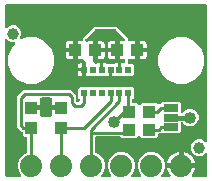
<source format=gbr>
G04 EAGLE Gerber RS-274X export*
G75*
%MOMM*%
%FSLAX34Y34*%
%LPD*%
%INTop Copper*%
%IPPOS*%
%AMOC8*
5,1,8,0,0,1.08239X$1,22.5*%
G01*
%ADD10R,0.550000X0.600000*%
%ADD11R,1.100000X1.000000*%
%ADD12R,1.000000X1.100000*%
%ADD13C,1.879600*%
%ADD14C,1.000000*%
%ADD15R,1.270000X0.635000*%
%ADD16C,0.254000*%
%ADD17C,1.016000*%
%ADD18C,0.406400*%

G36*
X16210Y3307D02*
X16210Y3307D01*
X16239Y3304D01*
X16350Y3327D01*
X16462Y3343D01*
X16489Y3355D01*
X16518Y3360D01*
X16618Y3413D01*
X16722Y3459D01*
X16744Y3478D01*
X16770Y3491D01*
X16852Y3569D01*
X16939Y3642D01*
X16955Y3667D01*
X16976Y3687D01*
X17033Y3785D01*
X17096Y3879D01*
X17105Y3907D01*
X17120Y3932D01*
X17148Y4042D01*
X17182Y4150D01*
X17183Y4180D01*
X17190Y4208D01*
X17186Y4321D01*
X17189Y4434D01*
X17182Y4463D01*
X17181Y4492D01*
X17146Y4600D01*
X17118Y4709D01*
X17103Y4735D01*
X17094Y4763D01*
X17048Y4827D01*
X16972Y4954D01*
X16927Y4997D01*
X16899Y5036D01*
X15709Y6225D01*
X13969Y10426D01*
X13969Y14974D01*
X15710Y19175D01*
X18925Y22391D01*
X21471Y23445D01*
X21472Y23446D01*
X21473Y23446D01*
X21594Y23518D01*
X21715Y23589D01*
X21716Y23591D01*
X21718Y23591D01*
X21815Y23695D01*
X21911Y23796D01*
X21911Y23797D01*
X21912Y23799D01*
X21977Y23924D01*
X22041Y24049D01*
X22041Y24050D01*
X22042Y24052D01*
X22044Y24067D01*
X22096Y24328D01*
X22093Y24358D01*
X22097Y24383D01*
X22097Y36292D01*
X22089Y36350D01*
X22091Y36408D01*
X22069Y36490D01*
X22057Y36574D01*
X22034Y36627D01*
X22019Y36683D01*
X21976Y36756D01*
X21941Y36833D01*
X21903Y36878D01*
X21874Y36928D01*
X21812Y36986D01*
X21758Y37050D01*
X21709Y37082D01*
X21666Y37122D01*
X21591Y37161D01*
X21521Y37208D01*
X21465Y37225D01*
X21413Y37252D01*
X21345Y37263D01*
X21250Y37293D01*
X21150Y37296D01*
X21082Y37307D01*
X19558Y37307D01*
X18367Y38498D01*
X18367Y40522D01*
X18359Y40580D01*
X18361Y40638D01*
X18339Y40720D01*
X18327Y40804D01*
X18304Y40857D01*
X18289Y40913D01*
X18246Y40986D01*
X18211Y41063D01*
X18173Y41108D01*
X18144Y41158D01*
X18082Y41216D01*
X18028Y41280D01*
X17979Y41312D01*
X17936Y41352D01*
X17861Y41391D01*
X17791Y41438D01*
X17735Y41455D01*
X17683Y41482D01*
X17615Y41493D01*
X17520Y41523D01*
X17420Y41526D01*
X17352Y41537D01*
X17292Y41537D01*
X13207Y45622D01*
X13207Y71218D01*
X18952Y76963D01*
X58518Y76963D01*
X62993Y72488D01*
X62993Y67829D01*
X63005Y67742D01*
X63008Y67655D01*
X63025Y67602D01*
X63033Y67547D01*
X63068Y67467D01*
X63095Y67384D01*
X63123Y67345D01*
X63149Y67288D01*
X63201Y67226D01*
X63227Y67182D01*
X63264Y67148D01*
X63290Y67111D01*
X63301Y67100D01*
X63320Y67086D01*
X63332Y67071D01*
X63379Y67040D01*
X63434Y66988D01*
X63484Y66962D01*
X63528Y66929D01*
X63568Y66914D01*
X63569Y66913D01*
X63576Y66911D01*
X63610Y66898D01*
X63688Y66858D01*
X63735Y66850D01*
X63794Y66828D01*
X63941Y66816D01*
X64019Y66803D01*
X65521Y66803D01*
X65608Y66815D01*
X65695Y66818D01*
X65748Y66835D01*
X65803Y66843D01*
X65883Y66878D01*
X65966Y66905D01*
X66005Y66933D01*
X66062Y66959D01*
X66124Y67011D01*
X66168Y67037D01*
X66202Y67074D01*
X66239Y67100D01*
X66250Y67111D01*
X66264Y67130D01*
X66279Y67142D01*
X66310Y67189D01*
X66362Y67244D01*
X66388Y67294D01*
X66421Y67338D01*
X66436Y67378D01*
X66437Y67379D01*
X66439Y67386D01*
X66452Y67420D01*
X66492Y67498D01*
X66500Y67545D01*
X66522Y67604D01*
X66534Y67751D01*
X66547Y67829D01*
X66547Y68378D01*
X66535Y68464D01*
X66532Y68552D01*
X66515Y68604D01*
X66507Y68659D01*
X66472Y68739D01*
X66445Y68822D01*
X66417Y68861D01*
X66391Y68918D01*
X66295Y69032D01*
X66250Y69095D01*
X65367Y69978D01*
X65367Y77662D01*
X66558Y78853D01*
X111242Y78853D01*
X112433Y77662D01*
X112433Y69978D01*
X111250Y68795D01*
X111198Y68726D01*
X111138Y68662D01*
X111112Y68612D01*
X111079Y68568D01*
X111048Y68486D01*
X111008Y68409D01*
X111000Y68361D01*
X110978Y68303D01*
X110966Y68155D01*
X110953Y68077D01*
X110953Y66468D01*
X110961Y66410D01*
X110959Y66352D01*
X110981Y66270D01*
X110993Y66186D01*
X111016Y66133D01*
X111031Y66077D01*
X111074Y66004D01*
X111109Y65927D01*
X111147Y65882D01*
X111176Y65832D01*
X111238Y65774D01*
X111292Y65710D01*
X111341Y65678D01*
X111384Y65638D01*
X111459Y65599D01*
X111529Y65552D01*
X111585Y65535D01*
X111637Y65508D01*
X111705Y65497D01*
X111800Y65467D01*
X111900Y65464D01*
X111968Y65453D01*
X114682Y65453D01*
X116122Y64013D01*
X116169Y63977D01*
X116209Y63935D01*
X116282Y63892D01*
X116349Y63842D01*
X116404Y63821D01*
X116454Y63791D01*
X116536Y63771D01*
X116615Y63740D01*
X116673Y63736D01*
X116730Y63721D01*
X116814Y63724D01*
X116898Y63717D01*
X116956Y63728D01*
X117014Y63730D01*
X117094Y63756D01*
X117177Y63773D01*
X117229Y63800D01*
X117285Y63818D01*
X117341Y63858D01*
X117429Y63904D01*
X117502Y63973D01*
X117558Y64013D01*
X118998Y65453D01*
X131682Y65453D01*
X132344Y64791D01*
X132391Y64756D01*
X132431Y64713D01*
X132504Y64670D01*
X132571Y64620D01*
X132626Y64599D01*
X132676Y64569D01*
X132758Y64549D01*
X132837Y64519D01*
X132895Y64514D01*
X132952Y64499D01*
X133036Y64502D01*
X133120Y64495D01*
X133178Y64506D01*
X133236Y64508D01*
X133316Y64534D01*
X133399Y64551D01*
X133451Y64578D01*
X133507Y64596D01*
X133563Y64636D01*
X133651Y64682D01*
X133724Y64751D01*
X133752Y64771D01*
X134112Y64771D01*
X134170Y64779D01*
X134228Y64777D01*
X134310Y64799D01*
X134394Y64811D01*
X134447Y64834D01*
X134503Y64849D01*
X134576Y64892D01*
X134653Y64927D01*
X134698Y64965D01*
X134748Y64994D01*
X134806Y65056D01*
X134870Y65110D01*
X134902Y65159D01*
X134942Y65202D01*
X134981Y65277D01*
X135028Y65347D01*
X135045Y65403D01*
X136318Y66676D01*
X150702Y66676D01*
X151893Y65485D01*
X151893Y58420D01*
X151901Y58362D01*
X151899Y58304D01*
X151921Y58222D01*
X151933Y58138D01*
X151956Y58085D01*
X151971Y58029D01*
X152014Y57956D01*
X152049Y57879D01*
X152087Y57834D01*
X152116Y57784D01*
X152178Y57726D01*
X152232Y57662D01*
X152281Y57630D01*
X152324Y57590D01*
X152399Y57551D01*
X152469Y57504D01*
X152525Y57487D01*
X152577Y57460D01*
X152645Y57449D01*
X152740Y57419D01*
X152840Y57416D01*
X152908Y57405D01*
X153605Y57405D01*
X153692Y57417D01*
X153779Y57420D01*
X153832Y57437D01*
X153887Y57445D01*
X153967Y57480D01*
X154050Y57507D01*
X154089Y57535D01*
X154146Y57561D01*
X154259Y57657D01*
X154323Y57702D01*
X155991Y59370D01*
X158605Y60453D01*
X161435Y60453D01*
X164049Y59370D01*
X166050Y57369D01*
X167133Y54755D01*
X167133Y51925D01*
X166050Y49311D01*
X164049Y47310D01*
X161435Y46227D01*
X158605Y46227D01*
X155991Y47310D01*
X154323Y48978D01*
X154253Y49030D01*
X154189Y49090D01*
X154140Y49116D01*
X154096Y49149D01*
X154014Y49180D01*
X153936Y49220D01*
X153889Y49228D01*
X153830Y49250D01*
X153683Y49262D01*
X153605Y49275D01*
X152908Y49275D01*
X152850Y49267D01*
X152792Y49269D01*
X152710Y49247D01*
X152626Y49235D01*
X152573Y49212D01*
X152517Y49197D01*
X152444Y49154D01*
X152367Y49119D01*
X152322Y49081D01*
X152272Y49052D01*
X152214Y48990D01*
X152150Y48936D01*
X152118Y48887D01*
X152078Y48844D01*
X152039Y48769D01*
X151992Y48699D01*
X151975Y48643D01*
X151948Y48591D01*
X151937Y48523D01*
X151907Y48428D01*
X151904Y48328D01*
X151893Y48260D01*
X151893Y41195D01*
X150702Y40004D01*
X136318Y40004D01*
X136299Y40023D01*
X136253Y40058D01*
X136212Y40100D01*
X136139Y40143D01*
X136072Y40194D01*
X136018Y40215D01*
X135967Y40244D01*
X135885Y40265D01*
X135807Y40295D01*
X135748Y40300D01*
X135692Y40314D01*
X135607Y40312D01*
X135523Y40319D01*
X135466Y40307D01*
X135407Y40305D01*
X135327Y40279D01*
X135245Y40263D01*
X135193Y40236D01*
X135137Y40218D01*
X135081Y40178D01*
X134992Y40132D01*
X134920Y40063D01*
X134864Y40023D01*
X134718Y39877D01*
X133888Y39877D01*
X133830Y39869D01*
X133772Y39871D01*
X133690Y39849D01*
X133606Y39837D01*
X133553Y39814D01*
X133497Y39799D01*
X133424Y39756D01*
X133347Y39721D01*
X133302Y39683D01*
X133252Y39654D01*
X133194Y39592D01*
X133130Y39538D01*
X133098Y39489D01*
X133058Y39446D01*
X133019Y39371D01*
X132972Y39301D01*
X132955Y39245D01*
X132928Y39193D01*
X132917Y39125D01*
X132887Y39030D01*
X132884Y38930D01*
X132873Y38862D01*
X132873Y37338D01*
X131682Y36147D01*
X118998Y36147D01*
X117558Y37587D01*
X117511Y37622D01*
X117471Y37665D01*
X117398Y37708D01*
X117331Y37758D01*
X117276Y37779D01*
X117226Y37809D01*
X117144Y37829D01*
X117065Y37860D01*
X117007Y37864D01*
X116950Y37879D01*
X116866Y37876D01*
X116782Y37883D01*
X116724Y37872D01*
X116666Y37870D01*
X116586Y37844D01*
X116503Y37827D01*
X116451Y37800D01*
X116395Y37782D01*
X116339Y37742D01*
X116251Y37696D01*
X116178Y37628D01*
X116122Y37587D01*
X114682Y36147D01*
X101998Y36147D01*
X101105Y37040D01*
X101036Y37092D01*
X100972Y37152D01*
X100922Y37178D01*
X100878Y37211D01*
X100796Y37242D01*
X100719Y37282D01*
X100671Y37290D01*
X100613Y37312D01*
X100465Y37324D01*
X100387Y37337D01*
X80518Y37337D01*
X80460Y37329D01*
X80402Y37331D01*
X80320Y37309D01*
X80236Y37297D01*
X80183Y37274D01*
X80127Y37259D01*
X80054Y37216D01*
X79977Y37181D01*
X79932Y37143D01*
X79882Y37114D01*
X79824Y37052D01*
X79760Y36998D01*
X79728Y36949D01*
X79688Y36906D01*
X79649Y36831D01*
X79602Y36761D01*
X79585Y36705D01*
X79558Y36653D01*
X79547Y36585D01*
X79517Y36490D01*
X79514Y36390D01*
X79503Y36322D01*
X79503Y24383D01*
X79503Y24381D01*
X79503Y24380D01*
X79523Y24240D01*
X79543Y24101D01*
X79543Y24100D01*
X79543Y24098D01*
X79600Y23972D01*
X79659Y23842D01*
X79660Y23841D01*
X79661Y23839D01*
X79753Y23730D01*
X79842Y23625D01*
X79844Y23624D01*
X79845Y23623D01*
X79858Y23615D01*
X80079Y23467D01*
X80108Y23458D01*
X80129Y23445D01*
X82675Y22391D01*
X85890Y19175D01*
X87631Y14974D01*
X87631Y10426D01*
X85891Y6225D01*
X84701Y5036D01*
X84684Y5012D01*
X84661Y4993D01*
X84599Y4899D01*
X84530Y4809D01*
X84520Y4781D01*
X84504Y4757D01*
X84470Y4649D01*
X84429Y4543D01*
X84427Y4514D01*
X84418Y4486D01*
X84415Y4372D01*
X84406Y4260D01*
X84411Y4231D01*
X84411Y4202D01*
X84439Y4092D01*
X84462Y3981D01*
X84475Y3955D01*
X84482Y3927D01*
X84540Y3829D01*
X84593Y3729D01*
X84613Y3707D01*
X84628Y3682D01*
X84710Y3605D01*
X84788Y3523D01*
X84814Y3508D01*
X84835Y3488D01*
X84936Y3436D01*
X85034Y3379D01*
X85062Y3372D01*
X85088Y3358D01*
X85166Y3345D01*
X85309Y3309D01*
X85372Y3311D01*
X85419Y3303D01*
X92381Y3303D01*
X92410Y3307D01*
X92439Y3304D01*
X92550Y3327D01*
X92662Y3343D01*
X92689Y3355D01*
X92718Y3360D01*
X92818Y3413D01*
X92922Y3459D01*
X92944Y3478D01*
X92970Y3491D01*
X93052Y3569D01*
X93139Y3642D01*
X93155Y3667D01*
X93176Y3687D01*
X93233Y3785D01*
X93296Y3879D01*
X93305Y3907D01*
X93320Y3932D01*
X93348Y4042D01*
X93382Y4150D01*
X93383Y4180D01*
X93390Y4208D01*
X93386Y4321D01*
X93389Y4434D01*
X93382Y4463D01*
X93381Y4492D01*
X93346Y4600D01*
X93318Y4709D01*
X93303Y4735D01*
X93294Y4763D01*
X93248Y4827D01*
X93172Y4954D01*
X93127Y4997D01*
X93099Y5036D01*
X91909Y6225D01*
X90169Y10426D01*
X90169Y14974D01*
X91910Y19175D01*
X95125Y22390D01*
X99326Y24131D01*
X103874Y24131D01*
X108075Y22390D01*
X111290Y19175D01*
X113031Y14974D01*
X113031Y10426D01*
X111291Y6225D01*
X110101Y5036D01*
X110084Y5012D01*
X110061Y4993D01*
X109999Y4899D01*
X109930Y4809D01*
X109920Y4781D01*
X109904Y4757D01*
X109870Y4649D01*
X109829Y4543D01*
X109827Y4514D01*
X109818Y4486D01*
X109815Y4372D01*
X109806Y4260D01*
X109811Y4231D01*
X109811Y4202D01*
X109839Y4092D01*
X109862Y3981D01*
X109875Y3955D01*
X109882Y3927D01*
X109940Y3829D01*
X109993Y3729D01*
X110013Y3707D01*
X110028Y3682D01*
X110110Y3605D01*
X110188Y3523D01*
X110214Y3508D01*
X110235Y3488D01*
X110336Y3436D01*
X110434Y3379D01*
X110462Y3372D01*
X110488Y3358D01*
X110566Y3345D01*
X110709Y3309D01*
X110772Y3311D01*
X110819Y3303D01*
X117781Y3303D01*
X117810Y3307D01*
X117839Y3304D01*
X117950Y3327D01*
X118062Y3343D01*
X118089Y3355D01*
X118118Y3360D01*
X118218Y3413D01*
X118322Y3459D01*
X118344Y3478D01*
X118370Y3491D01*
X118452Y3569D01*
X118539Y3642D01*
X118555Y3667D01*
X118576Y3687D01*
X118633Y3785D01*
X118696Y3879D01*
X118705Y3907D01*
X118720Y3932D01*
X118748Y4042D01*
X118782Y4150D01*
X118783Y4180D01*
X118790Y4208D01*
X118786Y4321D01*
X118789Y4434D01*
X118782Y4463D01*
X118781Y4492D01*
X118746Y4600D01*
X118718Y4709D01*
X118703Y4735D01*
X118694Y4763D01*
X118648Y4827D01*
X118572Y4954D01*
X118527Y4997D01*
X118499Y5036D01*
X117309Y6225D01*
X115569Y10426D01*
X115569Y14974D01*
X117310Y19175D01*
X120525Y22390D01*
X124726Y24131D01*
X129274Y24131D01*
X133475Y22390D01*
X136690Y19175D01*
X138431Y14974D01*
X138431Y10426D01*
X136691Y6225D01*
X135501Y5036D01*
X135484Y5012D01*
X135461Y4993D01*
X135399Y4899D01*
X135330Y4809D01*
X135320Y4781D01*
X135304Y4757D01*
X135270Y4649D01*
X135229Y4543D01*
X135227Y4514D01*
X135218Y4486D01*
X135215Y4372D01*
X135206Y4260D01*
X135211Y4231D01*
X135211Y4202D01*
X135239Y4092D01*
X135262Y3981D01*
X135275Y3955D01*
X135282Y3927D01*
X135340Y3829D01*
X135393Y3729D01*
X135413Y3707D01*
X135428Y3682D01*
X135510Y3605D01*
X135588Y3523D01*
X135614Y3508D01*
X135635Y3488D01*
X135736Y3436D01*
X135834Y3379D01*
X135862Y3372D01*
X135888Y3358D01*
X135966Y3345D01*
X136109Y3309D01*
X136172Y3311D01*
X136219Y3303D01*
X142478Y3303D01*
X142569Y3316D01*
X142661Y3319D01*
X142709Y3335D01*
X142759Y3343D01*
X142844Y3380D01*
X142931Y3409D01*
X142972Y3438D01*
X143019Y3459D01*
X143089Y3518D01*
X143165Y3570D01*
X143197Y3610D01*
X143236Y3642D01*
X143287Y3719D01*
X143345Y3790D01*
X143365Y3837D01*
X143393Y3879D01*
X143421Y3967D01*
X143458Y4051D01*
X143464Y4102D01*
X143479Y4150D01*
X143482Y4242D01*
X143493Y4333D01*
X143485Y4384D01*
X143486Y4434D01*
X143463Y4523D01*
X143449Y4614D01*
X143429Y4654D01*
X143415Y4709D01*
X143334Y4846D01*
X143299Y4915D01*
X142189Y6443D01*
X141336Y8117D01*
X140755Y9904D01*
X140634Y10669D01*
X151384Y10669D01*
X151442Y10677D01*
X151500Y10675D01*
X151582Y10697D01*
X151665Y10709D01*
X151719Y10733D01*
X151775Y10747D01*
X151848Y10790D01*
X151925Y10825D01*
X151969Y10863D01*
X152020Y10893D01*
X152077Y10954D01*
X152142Y11009D01*
X152174Y11057D01*
X152214Y11100D01*
X152253Y11175D01*
X152299Y11245D01*
X152317Y11301D01*
X152344Y11353D01*
X152355Y11421D01*
X152385Y11516D01*
X152388Y11616D01*
X152399Y11684D01*
X152399Y12701D01*
X152401Y12701D01*
X152401Y11684D01*
X152409Y11626D01*
X152408Y11568D01*
X152429Y11486D01*
X152441Y11403D01*
X152465Y11349D01*
X152479Y11293D01*
X152522Y11220D01*
X152557Y11143D01*
X152595Y11098D01*
X152625Y11048D01*
X152686Y10990D01*
X152741Y10926D01*
X152789Y10894D01*
X152832Y10854D01*
X152907Y10815D01*
X152977Y10769D01*
X153033Y10751D01*
X153085Y10724D01*
X153153Y10713D01*
X153248Y10683D01*
X153348Y10680D01*
X153416Y10669D01*
X164166Y10669D01*
X164045Y9904D01*
X163464Y8117D01*
X162611Y6443D01*
X161501Y4915D01*
X161458Y4834D01*
X161407Y4757D01*
X161391Y4708D01*
X161367Y4664D01*
X161349Y4574D01*
X161321Y4486D01*
X161319Y4435D01*
X161309Y4385D01*
X161316Y4294D01*
X161314Y4202D01*
X161326Y4153D01*
X161330Y4102D01*
X161362Y4015D01*
X161385Y3927D01*
X161411Y3883D01*
X161429Y3835D01*
X161484Y3761D01*
X161531Y3682D01*
X161568Y3647D01*
X161598Y3607D01*
X161671Y3551D01*
X161738Y3488D01*
X161783Y3465D01*
X161823Y3434D01*
X161909Y3400D01*
X161991Y3358D01*
X162035Y3351D01*
X162088Y3330D01*
X162246Y3315D01*
X162322Y3303D01*
X173482Y3303D01*
X173540Y3311D01*
X173598Y3309D01*
X173680Y3331D01*
X173764Y3343D01*
X173817Y3366D01*
X173873Y3381D01*
X173946Y3424D01*
X174023Y3459D01*
X174068Y3497D01*
X174118Y3526D01*
X174176Y3588D01*
X174240Y3642D01*
X174272Y3691D01*
X174312Y3734D01*
X174351Y3809D01*
X174398Y3879D01*
X174415Y3935D01*
X174442Y3987D01*
X174453Y4055D01*
X174483Y4150D01*
X174486Y4250D01*
X174497Y4318D01*
X174497Y22400D01*
X174493Y22430D01*
X174496Y22459D01*
X174473Y22570D01*
X174457Y22682D01*
X174445Y22709D01*
X174440Y22737D01*
X174387Y22838D01*
X174341Y22941D01*
X174322Y22964D01*
X174309Y22990D01*
X174231Y23072D01*
X174158Y23158D01*
X174133Y23175D01*
X174113Y23196D01*
X174015Y23253D01*
X173921Y23316D01*
X173893Y23325D01*
X173868Y23340D01*
X173758Y23367D01*
X173650Y23402D01*
X173620Y23402D01*
X173592Y23410D01*
X173479Y23406D01*
X173366Y23409D01*
X173337Y23402D01*
X173308Y23401D01*
X173200Y23366D01*
X173091Y23337D01*
X173065Y23322D01*
X173037Y23313D01*
X172973Y23268D01*
X172846Y23192D01*
X172803Y23146D01*
X172764Y23118D01*
X171624Y21978D01*
X169039Y20907D01*
X166241Y20907D01*
X163656Y21978D01*
X161678Y23956D01*
X160607Y26541D01*
X160607Y29339D01*
X161678Y31924D01*
X163656Y33902D01*
X166241Y34973D01*
X169039Y34973D01*
X171624Y33902D01*
X172764Y32762D01*
X172788Y32744D01*
X172807Y32722D01*
X172901Y32659D01*
X172991Y32591D01*
X173019Y32580D01*
X173043Y32564D01*
X173151Y32530D01*
X173257Y32490D01*
X173286Y32487D01*
X173314Y32478D01*
X173428Y32475D01*
X173540Y32466D01*
X173569Y32472D01*
X173598Y32471D01*
X173708Y32500D01*
X173819Y32522D01*
X173845Y32535D01*
X173873Y32543D01*
X173971Y32600D01*
X174071Y32653D01*
X174093Y32673D01*
X174118Y32688D01*
X174195Y32771D01*
X174277Y32849D01*
X174292Y32874D01*
X174312Y32895D01*
X174364Y32996D01*
X174421Y33094D01*
X174428Y33122D01*
X174442Y33148D01*
X174455Y33226D01*
X174491Y33369D01*
X174489Y33432D01*
X174497Y33480D01*
X174497Y148082D01*
X174489Y148140D01*
X174491Y148198D01*
X174469Y148280D01*
X174457Y148364D01*
X174434Y148417D01*
X174419Y148473D01*
X174376Y148546D01*
X174341Y148623D01*
X174303Y148668D01*
X174274Y148718D01*
X174212Y148776D01*
X174158Y148840D01*
X174109Y148872D01*
X174066Y148912D01*
X173991Y148951D01*
X173921Y148998D01*
X173865Y149015D01*
X173813Y149042D01*
X173745Y149053D01*
X173650Y149083D01*
X173550Y149086D01*
X173482Y149097D01*
X4318Y149097D01*
X4260Y149089D01*
X4202Y149091D01*
X4120Y149069D01*
X4036Y149057D01*
X3983Y149034D01*
X3927Y149019D01*
X3854Y148976D01*
X3777Y148941D01*
X3732Y148903D01*
X3682Y148874D01*
X3624Y148812D01*
X3560Y148758D01*
X3528Y148709D01*
X3488Y148666D01*
X3449Y148591D01*
X3402Y148521D01*
X3385Y148465D01*
X3358Y148413D01*
X3347Y148345D01*
X3317Y148250D01*
X3314Y148150D01*
X3303Y148082D01*
X3303Y130000D01*
X3307Y129970D01*
X3304Y129941D01*
X3327Y129830D01*
X3343Y129718D01*
X3355Y129691D01*
X3360Y129663D01*
X3413Y129562D01*
X3459Y129459D01*
X3478Y129436D01*
X3491Y129410D01*
X3569Y129328D01*
X3642Y129242D01*
X3667Y129225D01*
X3687Y129204D01*
X3785Y129147D01*
X3879Y129084D01*
X3907Y129075D01*
X3932Y129060D01*
X4042Y129033D01*
X4150Y128998D01*
X4180Y128998D01*
X4208Y128990D01*
X4321Y128994D01*
X4434Y128991D01*
X4463Y128998D01*
X4492Y128999D01*
X4600Y129034D01*
X4709Y129063D01*
X4735Y129078D01*
X4763Y129087D01*
X4827Y129132D01*
X4954Y129208D01*
X4997Y129254D01*
X5036Y129282D01*
X6176Y130422D01*
X8761Y131493D01*
X11559Y131493D01*
X14144Y130422D01*
X16122Y128444D01*
X17193Y125859D01*
X17193Y123061D01*
X16285Y120871D01*
X16278Y120842D01*
X16265Y120816D01*
X16243Y120705D01*
X16215Y120595D01*
X16215Y120566D01*
X16210Y120537D01*
X16219Y120425D01*
X16223Y120311D01*
X16232Y120283D01*
X16234Y120254D01*
X16275Y120149D01*
X16309Y120041D01*
X16326Y120016D01*
X16336Y119989D01*
X16405Y119898D01*
X16468Y119804D01*
X16490Y119786D01*
X16508Y119762D01*
X16598Y119694D01*
X16685Y119621D01*
X16712Y119609D01*
X16736Y119592D01*
X16841Y119552D01*
X16945Y119506D01*
X16974Y119502D01*
X17001Y119492D01*
X17114Y119483D01*
X17227Y119467D01*
X17256Y119471D01*
X17285Y119469D01*
X17361Y119487D01*
X17508Y119508D01*
X17565Y119533D01*
X17612Y119544D01*
X21510Y121159D01*
X29290Y121159D01*
X36479Y118181D01*
X41981Y112679D01*
X44959Y105490D01*
X44959Y97710D01*
X41981Y90521D01*
X36479Y85019D01*
X29290Y82041D01*
X21510Y82041D01*
X14321Y85019D01*
X8819Y90521D01*
X5841Y97710D01*
X5841Y105490D01*
X8819Y112679D01*
X11834Y115694D01*
X11852Y115718D01*
X11874Y115737D01*
X11937Y115831D01*
X12005Y115921D01*
X12015Y115949D01*
X12032Y115973D01*
X12066Y116081D01*
X12106Y116187D01*
X12108Y116216D01*
X12117Y116244D01*
X12120Y116358D01*
X12130Y116470D01*
X12124Y116499D01*
X12125Y116528D01*
X12096Y116638D01*
X12074Y116749D01*
X12060Y116775D01*
X12053Y116803D01*
X11995Y116901D01*
X11943Y117001D01*
X11923Y117023D01*
X11908Y117048D01*
X11825Y117125D01*
X11747Y117207D01*
X11722Y117222D01*
X11700Y117242D01*
X11599Y117294D01*
X11502Y117351D01*
X11473Y117358D01*
X11447Y117372D01*
X11370Y117385D01*
X11226Y117421D01*
X11164Y117419D01*
X11116Y117427D01*
X8761Y117427D01*
X6176Y118498D01*
X5036Y119638D01*
X5012Y119656D01*
X4993Y119678D01*
X4899Y119741D01*
X4809Y119809D01*
X4781Y119820D01*
X4757Y119836D01*
X4649Y119870D01*
X4543Y119910D01*
X4514Y119913D01*
X4486Y119922D01*
X4372Y119925D01*
X4260Y119934D01*
X4231Y119928D01*
X4202Y119929D01*
X4092Y119900D01*
X3981Y119878D01*
X3955Y119865D01*
X3927Y119857D01*
X3829Y119800D01*
X3729Y119747D01*
X3707Y119727D01*
X3682Y119712D01*
X3605Y119629D01*
X3523Y119551D01*
X3508Y119526D01*
X3488Y119505D01*
X3436Y119404D01*
X3379Y119306D01*
X3372Y119278D01*
X3358Y119252D01*
X3345Y119174D01*
X3309Y119031D01*
X3311Y118968D01*
X3303Y118920D01*
X3303Y4318D01*
X3311Y4260D01*
X3309Y4202D01*
X3331Y4120D01*
X3343Y4036D01*
X3366Y3983D01*
X3381Y3927D01*
X3424Y3854D01*
X3459Y3777D01*
X3497Y3732D01*
X3526Y3682D01*
X3588Y3624D01*
X3642Y3560D01*
X3691Y3528D01*
X3734Y3488D01*
X3809Y3449D01*
X3879Y3402D01*
X3935Y3385D01*
X3987Y3358D01*
X4055Y3347D01*
X4150Y3317D01*
X4250Y3314D01*
X4318Y3303D01*
X16181Y3303D01*
X16210Y3307D01*
G37*
%LPC*%
G36*
X71524Y88279D02*
X71524Y88279D01*
X71524Y93461D01*
X71516Y93519D01*
X71518Y93577D01*
X71496Y93659D01*
X71484Y93742D01*
X71461Y93796D01*
X71454Y93820D01*
X71469Y93848D01*
X71480Y93916D01*
X71510Y94011D01*
X71513Y94111D01*
X71524Y94179D01*
X71524Y100274D01*
X71512Y100360D01*
X71509Y100448D01*
X71492Y100500D01*
X71484Y100555D01*
X71449Y100635D01*
X71422Y100718D01*
X71394Y100757D01*
X71368Y100815D01*
X71272Y100928D01*
X71227Y100992D01*
X69511Y102707D01*
X69449Y102754D01*
X69393Y102808D01*
X69336Y102839D01*
X69284Y102878D01*
X69212Y102906D01*
X69143Y102942D01*
X69079Y102956D01*
X69019Y102979D01*
X68941Y102986D01*
X68865Y103002D01*
X68809Y102996D01*
X68735Y103003D01*
X68608Y102977D01*
X68531Y102970D01*
X68454Y102949D01*
X64651Y102949D01*
X64651Y109474D01*
X64643Y109532D01*
X64644Y109590D01*
X64623Y109672D01*
X64611Y109755D01*
X64587Y109809D01*
X64573Y109865D01*
X64530Y109938D01*
X64495Y110015D01*
X64457Y110059D01*
X64427Y110110D01*
X64366Y110167D01*
X64311Y110232D01*
X64263Y110264D01*
X64220Y110304D01*
X64145Y110343D01*
X64075Y110389D01*
X64019Y110407D01*
X63967Y110434D01*
X63899Y110445D01*
X63804Y110475D01*
X63704Y110478D01*
X63636Y110489D01*
X62619Y110489D01*
X62619Y110491D01*
X63636Y110491D01*
X63694Y110499D01*
X63752Y110498D01*
X63834Y110519D01*
X63917Y110531D01*
X63971Y110555D01*
X64027Y110569D01*
X64100Y110612D01*
X64177Y110647D01*
X64221Y110685D01*
X64272Y110715D01*
X64329Y110776D01*
X64394Y110831D01*
X64426Y110879D01*
X64466Y110922D01*
X64505Y110997D01*
X64551Y111067D01*
X64569Y111123D01*
X64596Y111175D01*
X64607Y111243D01*
X64637Y111338D01*
X64640Y111438D01*
X64651Y111506D01*
X64651Y118031D01*
X68326Y118031D01*
X68384Y118039D01*
X68442Y118037D01*
X68524Y118059D01*
X68608Y118071D01*
X68661Y118094D01*
X68717Y118109D01*
X68790Y118152D01*
X68867Y118187D01*
X68912Y118225D01*
X68962Y118254D01*
X69020Y118316D01*
X69084Y118370D01*
X69116Y118419D01*
X69156Y118462D01*
X69195Y118537D01*
X69242Y118607D01*
X69259Y118663D01*
X69286Y118715D01*
X69297Y118783D01*
X69327Y118878D01*
X69330Y118978D01*
X69341Y119046D01*
X69341Y120643D01*
X71424Y122726D01*
X71425Y122726D01*
X76664Y127965D01*
X76664Y127966D01*
X78747Y130049D01*
X97783Y130049D01*
X107189Y120643D01*
X107189Y118744D01*
X107194Y118705D01*
X107192Y118666D01*
X107214Y118565D01*
X107229Y118462D01*
X107245Y118427D01*
X107253Y118388D01*
X107302Y118297D01*
X107345Y118203D01*
X107370Y118173D01*
X107389Y118139D01*
X107462Y118065D01*
X107528Y117986D01*
X107561Y117964D01*
X107589Y117936D01*
X107679Y117886D01*
X107765Y117828D01*
X107802Y117817D01*
X107837Y117797D01*
X107938Y117774D01*
X108036Y117743D01*
X108075Y117742D01*
X108113Y117733D01*
X108217Y117738D01*
X108320Y117735D01*
X108358Y117745D01*
X108397Y117747D01*
X108470Y117774D01*
X108595Y117807D01*
X108659Y117845D01*
X108676Y117851D01*
X109346Y118031D01*
X113149Y118031D01*
X113149Y111506D01*
X113157Y111448D01*
X113155Y111390D01*
X113177Y111308D01*
X113189Y111225D01*
X113213Y111171D01*
X113227Y111115D01*
X113270Y111042D01*
X113305Y110965D01*
X113343Y110921D01*
X113373Y110870D01*
X113434Y110813D01*
X113489Y110748D01*
X113537Y110716D01*
X113580Y110676D01*
X113655Y110637D01*
X113725Y110591D01*
X113781Y110573D01*
X113833Y110546D01*
X113901Y110535D01*
X113996Y110505D01*
X114096Y110502D01*
X114164Y110491D01*
X115181Y110491D01*
X115181Y110489D01*
X114164Y110489D01*
X114106Y110481D01*
X114048Y110482D01*
X113966Y110461D01*
X113883Y110449D01*
X113829Y110425D01*
X113773Y110411D01*
X113700Y110368D01*
X113623Y110333D01*
X113578Y110295D01*
X113528Y110265D01*
X113470Y110204D01*
X113406Y110149D01*
X113374Y110101D01*
X113334Y110058D01*
X113295Y109983D01*
X113249Y109913D01*
X113231Y109857D01*
X113204Y109805D01*
X113193Y109737D01*
X113163Y109642D01*
X113160Y109542D01*
X113149Y109474D01*
X113149Y102949D01*
X109346Y102949D01*
X108683Y103127D01*
X108676Y103130D01*
X108643Y103152D01*
X108544Y103183D01*
X108448Y103222D01*
X108409Y103226D01*
X108372Y103237D01*
X108268Y103240D01*
X108165Y103251D01*
X108127Y103244D01*
X108088Y103245D01*
X107987Y103219D01*
X107886Y103200D01*
X107850Y103183D01*
X107813Y103173D01*
X107724Y103120D01*
X107631Y103074D01*
X107602Y103048D01*
X107568Y103028D01*
X107497Y102952D01*
X107421Y102882D01*
X107400Y102849D01*
X107374Y102820D01*
X107327Y102728D01*
X107272Y102640D01*
X107262Y102602D01*
X107244Y102567D01*
X107231Y102491D01*
X107197Y102366D01*
X107198Y102291D01*
X107189Y102236D01*
X107189Y99868D01*
X107197Y99810D01*
X107195Y99752D01*
X107217Y99670D01*
X107229Y99586D01*
X107252Y99533D01*
X107267Y99477D01*
X107310Y99404D01*
X107345Y99327D01*
X107383Y99282D01*
X107412Y99232D01*
X107474Y99174D01*
X107528Y99110D01*
X107577Y99078D01*
X107620Y99038D01*
X107695Y98999D01*
X107765Y98952D01*
X107821Y98935D01*
X107873Y98908D01*
X107941Y98897D01*
X108036Y98867D01*
X108136Y98864D01*
X108204Y98853D01*
X111242Y98853D01*
X112433Y97662D01*
X112433Y89978D01*
X111242Y88787D01*
X97233Y88787D01*
X97136Y88774D01*
X97039Y88769D01*
X97002Y88755D01*
X96951Y88747D01*
X96794Y88677D01*
X96725Y88651D01*
X96381Y88452D01*
X95734Y88279D01*
X94024Y88279D01*
X94024Y93461D01*
X94016Y93519D01*
X94018Y93577D01*
X93996Y93659D01*
X93984Y93742D01*
X93961Y93796D01*
X93946Y93852D01*
X93903Y93925D01*
X93868Y94002D01*
X93830Y94046D01*
X93801Y94097D01*
X93739Y94154D01*
X93685Y94219D01*
X93636Y94251D01*
X93593Y94291D01*
X93518Y94330D01*
X93448Y94376D01*
X93392Y94394D01*
X93340Y94421D01*
X93272Y94432D01*
X93177Y94462D01*
X93077Y94465D01*
X93009Y94476D01*
X92291Y94476D01*
X92233Y94468D01*
X92175Y94469D01*
X92093Y94448D01*
X92009Y94436D01*
X91956Y94412D01*
X91900Y94398D01*
X91827Y94354D01*
X91750Y94320D01*
X91705Y94282D01*
X91655Y94252D01*
X91597Y94191D01*
X91533Y94136D01*
X91501Y94088D01*
X91461Y94045D01*
X91422Y93970D01*
X91375Y93900D01*
X91358Y93844D01*
X91331Y93792D01*
X91320Y93724D01*
X91290Y93629D01*
X91287Y93529D01*
X91276Y93461D01*
X91276Y88279D01*
X89566Y88279D01*
X88919Y88452D01*
X88575Y88651D01*
X88485Y88688D01*
X88398Y88732D01*
X88359Y88738D01*
X88311Y88758D01*
X88140Y88775D01*
X88067Y88787D01*
X74733Y88787D01*
X74636Y88774D01*
X74539Y88769D01*
X74502Y88755D01*
X74451Y88747D01*
X74294Y88677D01*
X74225Y88651D01*
X73881Y88452D01*
X73234Y88279D01*
X71524Y88279D01*
G37*
%LPD*%
%LPC*%
G36*
X148510Y82041D02*
X148510Y82041D01*
X141321Y85019D01*
X135819Y90521D01*
X132841Y97710D01*
X132841Y105490D01*
X135819Y112679D01*
X141321Y118181D01*
X148510Y121159D01*
X156290Y121159D01*
X163479Y118181D01*
X168981Y112679D01*
X171959Y105490D01*
X171959Y97710D01*
X168981Y90521D01*
X163479Y85019D01*
X156290Y82041D01*
X148510Y82041D01*
G37*
%LPD*%
G36*
X85567Y93172D02*
X85567Y93172D01*
X85625Y93171D01*
X85707Y93192D01*
X85791Y93204D01*
X85844Y93228D01*
X85900Y93242D01*
X85973Y93286D01*
X86050Y93320D01*
X86095Y93358D01*
X86145Y93388D01*
X86203Y93449D01*
X86267Y93504D01*
X86299Y93552D01*
X86339Y93595D01*
X86378Y93670D01*
X86425Y93740D01*
X86442Y93796D01*
X86469Y93848D01*
X86480Y93916D01*
X86510Y94011D01*
X86513Y94111D01*
X86524Y94179D01*
X86524Y99361D01*
X88234Y99361D01*
X88881Y99188D01*
X89225Y98989D01*
X89315Y98952D01*
X89402Y98908D01*
X89441Y98902D01*
X89489Y98882D01*
X89660Y98865D01*
X89733Y98853D01*
X95567Y98853D01*
X95664Y98866D01*
X95761Y98871D01*
X95798Y98885D01*
X95849Y98893D01*
X96006Y98963D01*
X96075Y98989D01*
X96419Y99188D01*
X97066Y99361D01*
X98776Y99361D01*
X98776Y94179D01*
X98784Y94121D01*
X98782Y94063D01*
X98804Y93981D01*
X98816Y93898D01*
X98839Y93844D01*
X98854Y93788D01*
X98897Y93715D01*
X98932Y93638D01*
X98970Y93594D01*
X98999Y93543D01*
X99061Y93486D01*
X99115Y93421D01*
X99164Y93389D01*
X99207Y93349D01*
X99282Y93310D01*
X99352Y93264D01*
X99408Y93246D01*
X99460Y93219D01*
X99528Y93208D01*
X99623Y93178D01*
X99723Y93175D01*
X99791Y93164D01*
X100509Y93164D01*
X100567Y93172D01*
X100625Y93171D01*
X100707Y93192D01*
X100791Y93204D01*
X100844Y93228D01*
X100900Y93242D01*
X100973Y93286D01*
X101050Y93320D01*
X101095Y93358D01*
X101145Y93388D01*
X101203Y93449D01*
X101267Y93504D01*
X101299Y93552D01*
X101339Y93595D01*
X101378Y93670D01*
X101425Y93740D01*
X101442Y93796D01*
X101469Y93848D01*
X101480Y93916D01*
X101510Y94011D01*
X101513Y94111D01*
X101524Y94179D01*
X101524Y99361D01*
X103234Y99361D01*
X103877Y99188D01*
X103926Y99183D01*
X103972Y99168D01*
X104066Y99165D01*
X104159Y99154D01*
X104208Y99162D01*
X104256Y99161D01*
X104347Y99184D01*
X104440Y99199D01*
X104484Y99220D01*
X104531Y99232D01*
X104612Y99280D01*
X104697Y99320D01*
X104734Y99353D01*
X104776Y99378D01*
X104840Y99446D01*
X104911Y99508D01*
X104937Y99549D01*
X104970Y99585D01*
X105013Y99669D01*
X105064Y99748D01*
X105078Y99795D01*
X105100Y99838D01*
X105112Y99911D01*
X105144Y100020D01*
X105145Y100107D01*
X105155Y100169D01*
X105155Y101934D01*
X105147Y101992D01*
X105149Y102050D01*
X105127Y102132D01*
X105115Y102216D01*
X105092Y102269D01*
X105077Y102325D01*
X105034Y102398D01*
X104999Y102475D01*
X104961Y102520D01*
X104932Y102570D01*
X104870Y102628D01*
X104816Y102692D01*
X104767Y102724D01*
X104724Y102764D01*
X104649Y102803D01*
X104579Y102850D01*
X104523Y102867D01*
X104471Y102894D01*
X104403Y102905D01*
X104308Y102935D01*
X104208Y102938D01*
X104140Y102949D01*
X100211Y102949D01*
X100211Y109474D01*
X100204Y109522D01*
X100204Y109524D01*
X100204Y109528D01*
X100203Y109532D01*
X100204Y109590D01*
X100183Y109672D01*
X100171Y109755D01*
X100147Y109809D01*
X100133Y109865D01*
X100090Y109938D01*
X100055Y110015D01*
X100017Y110059D01*
X99987Y110110D01*
X99926Y110167D01*
X99871Y110232D01*
X99823Y110264D01*
X99780Y110304D01*
X99705Y110343D01*
X99635Y110389D01*
X99579Y110407D01*
X99527Y110434D01*
X99459Y110445D01*
X99364Y110475D01*
X99264Y110478D01*
X99196Y110489D01*
X98179Y110489D01*
X98179Y110491D01*
X99196Y110491D01*
X99254Y110499D01*
X99312Y110498D01*
X99394Y110519D01*
X99477Y110531D01*
X99531Y110555D01*
X99587Y110569D01*
X99660Y110612D01*
X99737Y110647D01*
X99781Y110685D01*
X99832Y110715D01*
X99889Y110776D01*
X99954Y110831D01*
X99986Y110879D01*
X100026Y110922D01*
X100065Y110997D01*
X100111Y111067D01*
X100129Y111123D01*
X100156Y111175D01*
X100167Y111243D01*
X100197Y111338D01*
X100200Y111438D01*
X100211Y111506D01*
X100211Y118031D01*
X104140Y118031D01*
X104198Y118039D01*
X104256Y118037D01*
X104338Y118059D01*
X104422Y118071D01*
X104475Y118094D01*
X104531Y118109D01*
X104604Y118152D01*
X104681Y118187D01*
X104726Y118225D01*
X104776Y118254D01*
X104834Y118316D01*
X104898Y118370D01*
X104930Y118419D01*
X104970Y118462D01*
X105009Y118537D01*
X105056Y118607D01*
X105073Y118663D01*
X105100Y118715D01*
X105111Y118783D01*
X105141Y118878D01*
X105144Y118978D01*
X105155Y119046D01*
X105155Y119380D01*
X105143Y119467D01*
X105140Y119554D01*
X105123Y119607D01*
X105115Y119662D01*
X105080Y119741D01*
X105053Y119825D01*
X105025Y119864D01*
X104999Y119921D01*
X104903Y120034D01*
X104858Y120098D01*
X97238Y127718D01*
X97168Y127770D01*
X97104Y127830D01*
X97055Y127856D01*
X97011Y127889D01*
X96929Y127920D01*
X96851Y127960D01*
X96804Y127968D01*
X96745Y127990D01*
X96597Y128002D01*
X96520Y128015D01*
X80010Y128015D01*
X79923Y128003D01*
X79836Y128000D01*
X79783Y127983D01*
X79729Y127975D01*
X79649Y127940D01*
X79565Y127913D01*
X79526Y127885D01*
X79469Y127859D01*
X79356Y127763D01*
X79292Y127718D01*
X71672Y120098D01*
X71620Y120028D01*
X71560Y119964D01*
X71534Y119915D01*
X71501Y119871D01*
X71470Y119789D01*
X71430Y119711D01*
X71422Y119664D01*
X71400Y119605D01*
X71388Y119457D01*
X71375Y119380D01*
X71375Y118597D01*
X71380Y118559D01*
X71378Y118520D01*
X71400Y118418D01*
X71415Y118316D01*
X71431Y118280D01*
X71439Y118242D01*
X71488Y118151D01*
X71531Y118056D01*
X71556Y118027D01*
X71575Y117992D01*
X71648Y117918D01*
X71715Y117839D01*
X71747Y117818D01*
X71775Y117790D01*
X71865Y117739D01*
X71951Y117682D01*
X71988Y117670D01*
X72022Y117651D01*
X72123Y117627D01*
X72222Y117596D01*
X72261Y117595D01*
X72299Y117586D01*
X72403Y117591D01*
X72506Y117589D01*
X72544Y117599D01*
X72583Y117601D01*
X72656Y117628D01*
X72781Y117661D01*
X72845Y117698D01*
X72898Y117718D01*
X73139Y117858D01*
X73786Y118031D01*
X77589Y118031D01*
X77589Y111506D01*
X77597Y111448D01*
X77595Y111390D01*
X77617Y111308D01*
X77629Y111225D01*
X77653Y111171D01*
X77667Y111115D01*
X77710Y111042D01*
X77745Y110965D01*
X77783Y110921D01*
X77813Y110870D01*
X77874Y110813D01*
X77929Y110748D01*
X77977Y110716D01*
X78020Y110676D01*
X78095Y110637D01*
X78165Y110591D01*
X78221Y110573D01*
X78273Y110546D01*
X78341Y110535D01*
X78436Y110505D01*
X78536Y110502D01*
X78604Y110491D01*
X79621Y110491D01*
X79621Y110489D01*
X78604Y110489D01*
X78546Y110481D01*
X78488Y110482D01*
X78406Y110461D01*
X78323Y110449D01*
X78269Y110425D01*
X78213Y110411D01*
X78140Y110368D01*
X78063Y110333D01*
X78018Y110295D01*
X77968Y110265D01*
X77910Y110204D01*
X77846Y110149D01*
X77814Y110101D01*
X77774Y110058D01*
X77735Y109983D01*
X77689Y109913D01*
X77671Y109857D01*
X77644Y109805D01*
X77633Y109737D01*
X77603Y109642D01*
X77600Y109542D01*
X77589Y109474D01*
X77589Y102528D01*
X77553Y102467D01*
X77490Y102373D01*
X77482Y102345D01*
X77467Y102320D01*
X77439Y102210D01*
X77405Y102102D01*
X77404Y102072D01*
X77397Y102044D01*
X77400Y101931D01*
X77397Y101818D01*
X77405Y101789D01*
X77406Y101760D01*
X77441Y101652D01*
X77469Y101543D01*
X77484Y101517D01*
X77493Y101489D01*
X77539Y101426D01*
X77614Y101298D01*
X77660Y101255D01*
X77688Y101216D01*
X79754Y99150D01*
X79824Y99098D01*
X79888Y99038D01*
X79937Y99012D01*
X79981Y98979D01*
X80063Y98948D01*
X80141Y98908D01*
X80189Y98900D01*
X80247Y98878D01*
X80395Y98866D01*
X80472Y98853D01*
X80567Y98853D01*
X80664Y98866D01*
X80761Y98871D01*
X80798Y98885D01*
X80849Y98893D01*
X81006Y98963D01*
X81075Y98989D01*
X81419Y99188D01*
X82066Y99361D01*
X83776Y99361D01*
X83776Y94179D01*
X83784Y94121D01*
X83782Y94063D01*
X83804Y93981D01*
X83816Y93898D01*
X83839Y93844D01*
X83854Y93788D01*
X83897Y93715D01*
X83932Y93638D01*
X83970Y93594D01*
X83999Y93543D01*
X84061Y93486D01*
X84115Y93421D01*
X84164Y93389D01*
X84207Y93349D01*
X84282Y93310D01*
X84352Y93264D01*
X84408Y93246D01*
X84460Y93219D01*
X84528Y93208D01*
X84623Y93178D01*
X84723Y93175D01*
X84791Y93164D01*
X85509Y93164D01*
X85567Y93172D01*
G37*
G36*
X41246Y53851D02*
X41246Y53851D01*
X41264Y53849D01*
X41446Y53870D01*
X41629Y53889D01*
X41646Y53894D01*
X41663Y53896D01*
X41838Y53953D01*
X42014Y54007D01*
X42029Y54015D01*
X42046Y54021D01*
X42206Y54111D01*
X42368Y54199D01*
X42381Y54210D01*
X42397Y54219D01*
X42536Y54339D01*
X42677Y54456D01*
X42688Y54470D01*
X42702Y54482D01*
X42814Y54627D01*
X42929Y54770D01*
X42937Y54786D01*
X42948Y54800D01*
X43030Y54965D01*
X43115Y55127D01*
X43120Y55144D01*
X43128Y55161D01*
X43175Y55339D01*
X43226Y55514D01*
X43228Y55532D01*
X43232Y55549D01*
X43259Y55880D01*
X43259Y59341D01*
X50332Y59341D01*
X50350Y59342D01*
X50367Y59341D01*
X50550Y59362D01*
X50732Y59381D01*
X50749Y59386D01*
X50767Y59388D01*
X50942Y59445D01*
X51117Y59499D01*
X51133Y59507D01*
X51150Y59513D01*
X51310Y59603D01*
X51471Y59690D01*
X51485Y59702D01*
X51501Y59711D01*
X51640Y59831D01*
X51781Y59948D01*
X51792Y59962D01*
X51805Y59974D01*
X51918Y60119D01*
X52033Y60262D01*
X52041Y60278D01*
X52052Y60292D01*
X52134Y60457D01*
X52218Y60619D01*
X52223Y60636D01*
X52231Y60652D01*
X52279Y60831D01*
X52330Y61006D01*
X52331Y61024D01*
X52336Y61041D01*
X52363Y61372D01*
X52363Y62308D01*
X52361Y62326D01*
X52363Y62344D01*
X52341Y62526D01*
X52323Y62709D01*
X52318Y62726D01*
X52316Y62743D01*
X52259Y62918D01*
X52205Y63094D01*
X52197Y63109D01*
X52191Y63126D01*
X52101Y63286D01*
X52013Y63448D01*
X52002Y63461D01*
X51993Y63477D01*
X51873Y63616D01*
X51755Y63757D01*
X51742Y63768D01*
X51730Y63782D01*
X51585Y63894D01*
X51442Y64009D01*
X51426Y64017D01*
X51412Y64028D01*
X51247Y64110D01*
X51084Y64195D01*
X51067Y64200D01*
X51051Y64208D01*
X50873Y64255D01*
X50698Y64306D01*
X50680Y64308D01*
X50663Y64312D01*
X50332Y64339D01*
X43259Y64339D01*
X43259Y67674D01*
X43293Y67800D01*
X43306Y67881D01*
X43329Y67960D01*
X43339Y68080D01*
X43358Y68198D01*
X43355Y68280D01*
X43362Y68362D01*
X43348Y68480D01*
X43344Y68600D01*
X43325Y68680D01*
X43315Y68761D01*
X43278Y68875D01*
X43250Y68991D01*
X43216Y69066D01*
X43190Y69144D01*
X43131Y69248D01*
X43081Y69357D01*
X43033Y69423D01*
X42992Y69495D01*
X42914Y69585D01*
X42843Y69682D01*
X42783Y69737D01*
X42729Y69800D01*
X42635Y69873D01*
X42546Y69954D01*
X42476Y69996D01*
X42411Y70046D01*
X42304Y70099D01*
X42201Y70161D01*
X42124Y70189D01*
X42050Y70226D01*
X41935Y70257D01*
X41822Y70297D01*
X41741Y70309D01*
X41662Y70330D01*
X41510Y70343D01*
X41424Y70355D01*
X41383Y70353D01*
X41331Y70357D01*
X34869Y70357D01*
X34787Y70349D01*
X34705Y70351D01*
X34587Y70329D01*
X34468Y70317D01*
X34390Y70293D01*
X34309Y70279D01*
X34198Y70234D01*
X34084Y70199D01*
X34011Y70160D01*
X33935Y70130D01*
X33835Y70064D01*
X33729Y70007D01*
X33666Y69955D01*
X33597Y69910D01*
X33512Y69826D01*
X33420Y69750D01*
X33369Y69686D01*
X33310Y69628D01*
X33243Y69529D01*
X33168Y69436D01*
X33130Y69363D01*
X33084Y69295D01*
X33037Y69185D01*
X32982Y69079D01*
X32960Y69000D01*
X32928Y68924D01*
X32904Y68807D01*
X32871Y68692D01*
X32864Y68610D01*
X32848Y68529D01*
X32848Y68410D01*
X32838Y68290D01*
X32848Y68209D01*
X32848Y68127D01*
X32875Y67977D01*
X32885Y67891D01*
X32898Y67852D01*
X32907Y67800D01*
X32941Y67675D01*
X32941Y64339D01*
X25868Y64339D01*
X25850Y64337D01*
X25833Y64339D01*
X25650Y64318D01*
X25468Y64299D01*
X25451Y64294D01*
X25433Y64292D01*
X25258Y64235D01*
X25083Y64181D01*
X25067Y64173D01*
X25050Y64167D01*
X24890Y64077D01*
X24729Y63989D01*
X24715Y63978D01*
X24699Y63969D01*
X24560Y63849D01*
X24419Y63732D01*
X24408Y63718D01*
X24395Y63706D01*
X24282Y63561D01*
X24167Y63418D01*
X24159Y63402D01*
X24148Y63388D01*
X24066Y63223D01*
X23982Y63061D01*
X23977Y63044D01*
X23969Y63028D01*
X23921Y62849D01*
X23870Y62674D01*
X23869Y62656D01*
X23864Y62639D01*
X23837Y62308D01*
X23837Y61372D01*
X23839Y61354D01*
X23837Y61336D01*
X23859Y61154D01*
X23877Y60971D01*
X23882Y60954D01*
X23884Y60937D01*
X23941Y60762D01*
X23995Y60586D01*
X24003Y60571D01*
X24009Y60554D01*
X24099Y60394D01*
X24187Y60232D01*
X24198Y60219D01*
X24207Y60203D01*
X24327Y60064D01*
X24445Y59923D01*
X24458Y59912D01*
X24470Y59898D01*
X24615Y59786D01*
X24758Y59671D01*
X24774Y59663D01*
X24788Y59652D01*
X24953Y59570D01*
X25116Y59485D01*
X25133Y59480D01*
X25149Y59472D01*
X25327Y59424D01*
X25502Y59374D01*
X25520Y59372D01*
X25537Y59368D01*
X25868Y59341D01*
X32941Y59341D01*
X32941Y55880D01*
X32943Y55862D01*
X32941Y55844D01*
X32962Y55662D01*
X32981Y55479D01*
X32986Y55462D01*
X32988Y55445D01*
X33045Y55270D01*
X33099Y55094D01*
X33107Y55079D01*
X33113Y55062D01*
X33203Y54902D01*
X33291Y54740D01*
X33302Y54727D01*
X33311Y54711D01*
X33431Y54572D01*
X33548Y54431D01*
X33562Y54420D01*
X33574Y54407D01*
X33719Y54294D01*
X33862Y54179D01*
X33878Y54171D01*
X33892Y54160D01*
X34057Y54078D01*
X34219Y53993D01*
X34236Y53988D01*
X34252Y53980D01*
X34431Y53933D01*
X34606Y53882D01*
X34624Y53880D01*
X34641Y53876D01*
X34972Y53849D01*
X41228Y53849D01*
X41246Y53851D01*
G37*
%LPC*%
G36*
X154431Y14731D02*
X154431Y14731D01*
X154431Y24466D01*
X155196Y24345D01*
X156983Y23764D01*
X158657Y22911D01*
X160178Y21806D01*
X161506Y20478D01*
X162611Y18957D01*
X163464Y17283D01*
X164045Y15496D01*
X164166Y14731D01*
X154431Y14731D01*
G37*
%LPD*%
%LPC*%
G36*
X140634Y14731D02*
X140634Y14731D01*
X140755Y15496D01*
X141336Y17283D01*
X142189Y18957D01*
X143294Y20478D01*
X144622Y21806D01*
X146143Y22911D01*
X147817Y23764D01*
X149604Y24345D01*
X150369Y24466D01*
X150369Y14731D01*
X140634Y14731D01*
G37*
%LPD*%
%LPC*%
G36*
X117211Y112521D02*
X117211Y112521D01*
X117211Y118031D01*
X121014Y118031D01*
X121661Y117858D01*
X122240Y117523D01*
X122713Y117050D01*
X123048Y116471D01*
X123221Y115824D01*
X123221Y112521D01*
X117211Y112521D01*
G37*
%LPD*%
%LPC*%
G36*
X81651Y112521D02*
X81651Y112521D01*
X81651Y118031D01*
X85454Y118031D01*
X86101Y117858D01*
X86680Y117523D01*
X87153Y117050D01*
X87488Y116471D01*
X87661Y115824D01*
X87661Y112521D01*
X81651Y112521D01*
G37*
%LPD*%
%LPC*%
G36*
X90139Y112521D02*
X90139Y112521D01*
X90139Y115824D01*
X90312Y116471D01*
X90647Y117050D01*
X91120Y117523D01*
X91699Y117858D01*
X92346Y118031D01*
X96149Y118031D01*
X96149Y112521D01*
X90139Y112521D01*
G37*
%LPD*%
%LPC*%
G36*
X54579Y112521D02*
X54579Y112521D01*
X54579Y115824D01*
X54752Y116471D01*
X55087Y117050D01*
X55560Y117523D01*
X56139Y117858D01*
X56786Y118031D01*
X60589Y118031D01*
X60589Y112521D01*
X54579Y112521D01*
G37*
%LPD*%
%LPC*%
G36*
X81651Y102949D02*
X81651Y102949D01*
X81651Y108459D01*
X87661Y108459D01*
X87661Y105156D01*
X87488Y104509D01*
X87153Y103930D01*
X86680Y103457D01*
X86101Y103122D01*
X85454Y102949D01*
X81651Y102949D01*
G37*
%LPD*%
%LPC*%
G36*
X117211Y102949D02*
X117211Y102949D01*
X117211Y108459D01*
X123221Y108459D01*
X123221Y105156D01*
X123048Y104509D01*
X122713Y103930D01*
X122240Y103457D01*
X121661Y103122D01*
X121014Y102949D01*
X117211Y102949D01*
G37*
%LPD*%
%LPC*%
G36*
X92346Y102949D02*
X92346Y102949D01*
X91699Y103122D01*
X91120Y103457D01*
X90647Y103930D01*
X90312Y104509D01*
X90139Y105156D01*
X90139Y108459D01*
X96149Y108459D01*
X96149Y102949D01*
X92346Y102949D01*
G37*
%LPD*%
%LPC*%
G36*
X56786Y102949D02*
X56786Y102949D01*
X56139Y103122D01*
X55560Y103457D01*
X55087Y103930D01*
X54752Y104509D01*
X54579Y105156D01*
X54579Y108459D01*
X60589Y108459D01*
X60589Y102949D01*
X56786Y102949D01*
G37*
%LPD*%
%LPC*%
G36*
X64859Y95194D02*
X64859Y95194D01*
X64859Y97154D01*
X65032Y97801D01*
X65367Y98380D01*
X65840Y98853D01*
X66419Y99188D01*
X67066Y99361D01*
X68776Y99361D01*
X68776Y95194D01*
X64859Y95194D01*
G37*
%LPD*%
%LPC*%
G36*
X67066Y88279D02*
X67066Y88279D01*
X66419Y88452D01*
X65840Y88787D01*
X65367Y89260D01*
X65032Y89839D01*
X64859Y90486D01*
X64859Y92446D01*
X68776Y92446D01*
X68776Y88279D01*
X67066Y88279D01*
G37*
%LPD*%
D10*
X70150Y73820D03*
X77650Y73820D03*
X85150Y73820D03*
X92650Y73820D03*
X100150Y73820D03*
X107650Y73820D03*
X107650Y93820D03*
X100150Y93820D03*
X92650Y93820D03*
X85150Y93820D03*
X77650Y93820D03*
X70150Y93820D03*
D11*
X108340Y43180D03*
X125340Y43180D03*
X108340Y58420D03*
X125340Y58420D03*
D12*
X25400Y44840D03*
X25400Y61840D03*
D11*
X98180Y110490D03*
X115180Y110490D03*
X79620Y110490D03*
X62620Y110490D03*
D13*
X152400Y12700D03*
X127000Y12700D03*
X101600Y12700D03*
X76200Y12700D03*
X50800Y12700D03*
X25400Y12700D03*
D12*
X50800Y44840D03*
X50800Y61840D03*
D14*
X167640Y27940D03*
X10160Y124460D03*
D15*
X143510Y45212D03*
X143510Y53340D03*
X143510Y61468D03*
D16*
X92710Y73760D02*
X92650Y73820D01*
X92710Y73760D02*
X92710Y67310D01*
X70240Y44840D01*
X50800Y44840D01*
X50800Y12700D01*
X100150Y67130D02*
X100150Y73820D01*
X100150Y67130D02*
X76200Y43180D01*
X76200Y40640D01*
X76200Y12700D01*
X105800Y40640D02*
X108340Y43180D01*
X105800Y40640D02*
X76200Y40640D01*
X107650Y58420D02*
X107650Y73820D01*
X107650Y58420D02*
X108340Y58420D01*
D17*
X95250Y49530D03*
D16*
X104140Y58420D02*
X107650Y58420D01*
X104140Y58420D02*
X95250Y49530D01*
X70150Y73820D02*
X69850Y73520D01*
X69850Y66040D01*
X67310Y63500D01*
X62230Y63500D01*
X59690Y66040D01*
X59690Y71120D01*
X57150Y73660D01*
X20320Y73660D01*
X16510Y69850D01*
X16510Y46990D01*
X18660Y44840D01*
X25400Y44840D01*
X25400Y12700D01*
D17*
X134620Y73660D03*
X160020Y53340D03*
X88900Y121920D03*
X38100Y62230D03*
D18*
X143510Y53340D02*
X160020Y53340D01*
D16*
X133350Y43180D02*
X125340Y43180D01*
X133350Y43180D02*
X135382Y45212D01*
X143510Y45212D01*
X132080Y58420D02*
X125340Y58420D01*
X132080Y58420D02*
X135128Y61468D01*
X143510Y61468D01*
M02*

</source>
